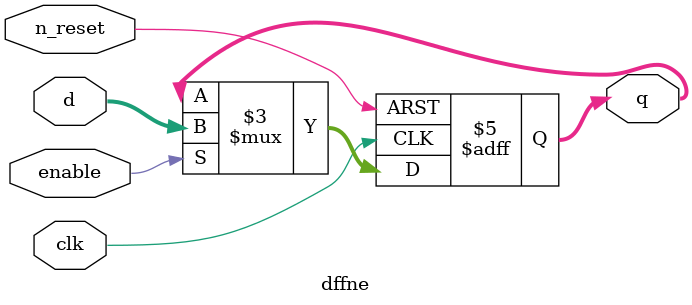
<source format=sv>

module dffne #(parameter N = 8)
            (output logic [N-1:0] q,
              input logic [N-1:0] d,
              input clk, enable, n_reset);

always_ff @(posedge clk,
            negedge n_reset)
    if (!n_reset)
        q <= '0;
    else if (enable)
        q <= d;
endmodule
</source>
